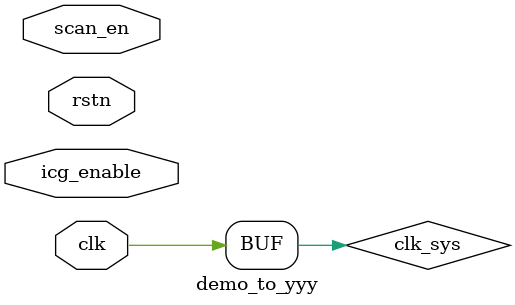
<source format=sv>
module demo_to_yyy(
    input clk           ,
    input rstn          ,
    input scan_en       ,   // 非scan mode下默认为0
    input icg_enable        // 时钟门控使能，注意：需要考虑该信号与clk的CDC问题
);
logic clk_sys;
logic [31:0] counter;

`ifdef USE_ICG
ckgate_cell u_clk_icg (.clkin(clk),  .enable(icg_enable), .scan_en(scan_en), .clkout(clk_sys));
`else
assign clk_sys = clk;
`endif

always_ff@(posedge clk_sys or negedge rstn) begin
    if(~rstn)
        counter <= 'd0;
    else
        counter <= counter + 1'b1;
end

// 或者↓，dc综合工具也有概率自动插icg //
/* 
always_ff@(posedge clk or negedge rstn) begin
    if(~rstn)
        counter <= 'd0;
    else if(icg_enable)
        counter <= counter + 1'b1;
end
*/

endmodule
</source>
